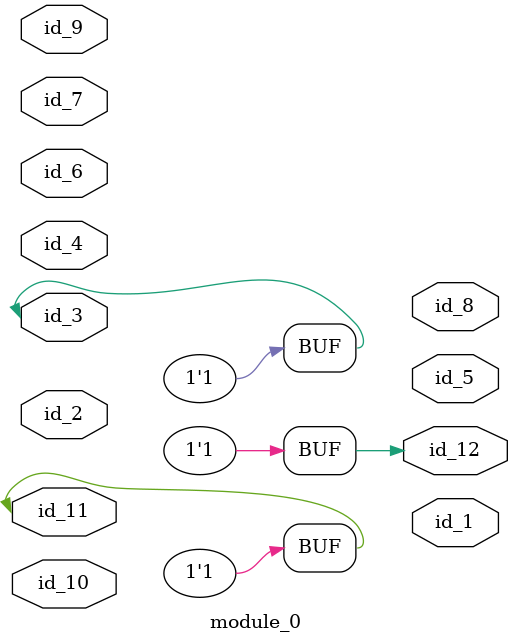
<source format=v>
module module_0 (
    id_1,
    id_2,
    id_3,
    id_4,
    id_5,
    id_6,
    id_7,
    id_8,
    id_9,
    id_10,
    id_11,
    id_12
);
  output id_12;
  inout id_11;
  input id_10;
  input id_9;
  output id_8;
  inout id_7;
  inout id_6;
  output id_5;
  inout id_4;
  inout id_3;
  input id_2;
  output id_1;
  reg id_12 = id_12;
  initial begin
    id_3 <= 1;
    id_11 = 1;
  end
  assign id_12 = id_3;
endmodule

</source>
